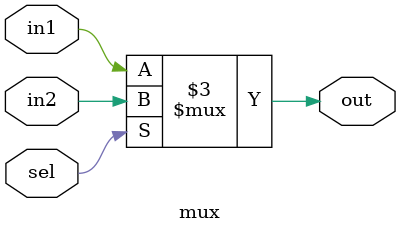
<source format=v>
module mux
(
	input in1,in2,sel,
	output reg out
);
always @*
	if (sel)
		out <= in2;
	else
		out <= in1;
endmodule

</source>
